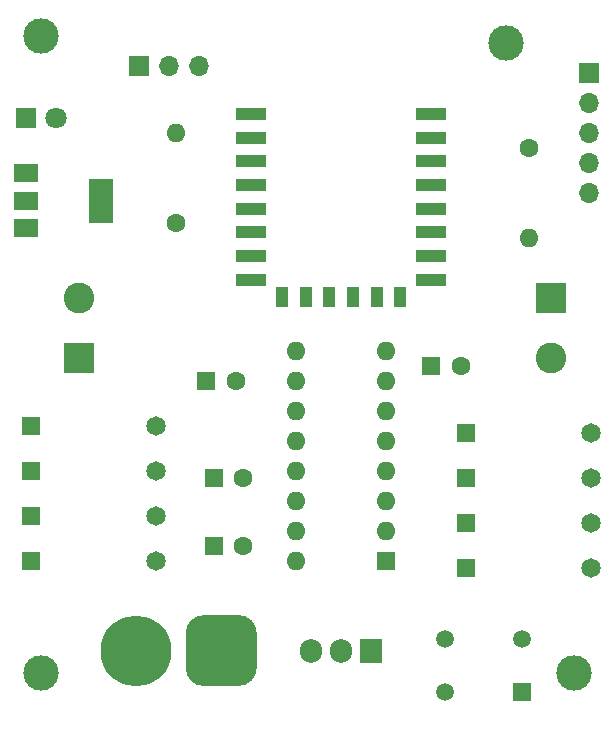
<source format=gbr>
%TF.GenerationSoftware,KiCad,Pcbnew,(5.1.10)-1*%
%TF.CreationDate,2021-11-08T05:29:08+05:30*%
%TF.ProjectId,Flipboard Final,466c6970-626f-4617-9264-2046696e616c,rev?*%
%TF.SameCoordinates,Original*%
%TF.FileFunction,Soldermask,Top*%
%TF.FilePolarity,Negative*%
%FSLAX46Y46*%
G04 Gerber Fmt 4.6, Leading zero omitted, Abs format (unit mm)*
G04 Created by KiCad (PCBNEW (5.1.10)-1) date 2021-11-08 05:29:08*
%MOMM*%
%LPD*%
G01*
G04 APERTURE LIST*
%ADD10R,1.600000X1.600000*%
%ADD11C,1.600000*%
%ADD12R,1.800000X1.800000*%
%ADD13C,1.800000*%
%ADD14C,1.650000*%
%ADD15R,1.650000X1.650000*%
%ADD16C,3.000000*%
%ADD17C,6.000000*%
%ADD18R,1.700000X1.700000*%
%ADD19O,1.700000X1.700000*%
%ADD20R,2.600000X2.600000*%
%ADD21C,2.600000*%
%ADD22O,1.600000X1.600000*%
%ADD23R,1.498000X1.498000*%
%ADD24C,1.498000*%
%ADD25R,2.000000X3.800000*%
%ADD26R,2.000000X1.500000*%
%ADD27R,1.905000X2.000000*%
%ADD28O,1.905000X2.000000*%
%ADD29R,2.500000X1.000000*%
%ADD30R,1.000000X1.800000*%
G04 APERTURE END LIST*
D10*
%TO.C,C1*%
X-78740000Y-17145000D03*
D11*
X-76240000Y-17145000D03*
%TD*%
%TO.C,C2*%
X-95290000Y-18415000D03*
D10*
X-97790000Y-18415000D03*
%TD*%
%TO.C,C3*%
X-97155000Y-26670000D03*
D11*
X-94655000Y-26670000D03*
%TD*%
%TO.C,C4*%
X-94655000Y-32385000D03*
D10*
X-97155000Y-32385000D03*
%TD*%
D12*
%TO.C,D1*%
X-113030000Y3810000D03*
D13*
X-110490000Y3810000D03*
%TD*%
D14*
%TO.C,D3*%
X-65185000Y-22860000D03*
D15*
X-75785000Y-22860000D03*
%TD*%
D14*
%TO.C,D5*%
X-65185000Y-30480000D03*
D15*
X-75785000Y-30480000D03*
%TD*%
%TO.C,D7*%
X-75785000Y-26670000D03*
D14*
X-65185000Y-26670000D03*
%TD*%
D15*
%TO.C,D9*%
X-75785000Y-34290000D03*
D14*
X-65185000Y-34290000D03*
%TD*%
%TO.C,D10*%
X-102015000Y-22225000D03*
D15*
X-112615000Y-22225000D03*
%TD*%
D14*
%TO.C,D11*%
X-102015000Y-33655000D03*
D15*
X-112615000Y-33655000D03*
%TD*%
%TO.C,D12*%
X-112615000Y-29845000D03*
D14*
X-102015000Y-29845000D03*
%TD*%
D15*
%TO.C,D13*%
X-112615000Y-26035000D03*
D14*
X-102015000Y-26035000D03*
%TD*%
D16*
%TO.C,H1*%
X-66675000Y-43180000D03*
%TD*%
%TO.C,H2*%
X-111760000Y10795000D03*
%TD*%
%TO.C,H3*%
X-111760000Y-43180000D03*
%TD*%
%TO.C,H4*%
X-72390000Y10160000D03*
%TD*%
D17*
%TO.C,J1*%
X-103720000Y-41275000D03*
G36*
G01*
X-93520000Y-39775000D02*
X-93520000Y-42775000D01*
G75*
G02*
X-95020000Y-44275000I-1500000J0D01*
G01*
X-98020000Y-44275000D01*
G75*
G02*
X-99520000Y-42775000I0J1500000D01*
G01*
X-99520000Y-39775000D01*
G75*
G02*
X-98020000Y-38275000I1500000J0D01*
G01*
X-95020000Y-38275000D01*
G75*
G02*
X-93520000Y-39775000I0J-1500000D01*
G01*
G37*
%TD*%
D18*
%TO.C,J2*%
X-103505000Y8255000D03*
D19*
X-100965000Y8255000D03*
X-98425000Y8255000D03*
%TD*%
D20*
%TO.C,J3*%
X-108585000Y-16510000D03*
D21*
X-108585000Y-11430000D03*
%TD*%
%TO.C,J4*%
X-68580000Y-16510000D03*
D20*
X-68580000Y-11430000D03*
%TD*%
D18*
%TO.C,J5*%
X-65405000Y7620000D03*
D19*
X-65405000Y5080000D03*
X-65405000Y2540000D03*
X-65405000Y0D03*
X-65405000Y-2540000D03*
%TD*%
D22*
%TO.C,R1*%
X-100330000Y2540000D03*
D11*
X-100330000Y-5080000D03*
%TD*%
%TO.C,R2*%
X-70485000Y1270000D03*
D22*
X-70485000Y-6350000D03*
%TD*%
D23*
%TO.C,S1*%
X-71045000Y-44795000D03*
D24*
X-77545000Y-44795000D03*
X-71045000Y-40295000D03*
X-77545000Y-40295000D03*
%TD*%
D25*
%TO.C,U1*%
X-106705000Y-3175000D03*
D26*
X-113005000Y-3175000D03*
X-113005000Y-5475000D03*
X-113005000Y-875000D03*
%TD*%
D27*
%TO.C,U2*%
X-83820000Y-41275000D03*
D28*
X-86360000Y-41275000D03*
X-88900000Y-41275000D03*
%TD*%
D10*
%TO.C,U3*%
X-82550000Y-33655000D03*
D22*
X-90170000Y-15875000D03*
X-82550000Y-31115000D03*
X-90170000Y-18415000D03*
X-82550000Y-28575000D03*
X-90170000Y-20955000D03*
X-82550000Y-26035000D03*
X-90170000Y-23495000D03*
X-82550000Y-23495000D03*
X-90170000Y-26035000D03*
X-82550000Y-20955000D03*
X-90170000Y-28575000D03*
X-82550000Y-18415000D03*
X-90170000Y-31115000D03*
X-82550000Y-15875000D03*
X-90170000Y-33655000D03*
%TD*%
D29*
%TO.C,U4*%
X-78760000Y4135000D03*
X-78760000Y2135000D03*
X-78760000Y135000D03*
X-78760000Y-1865000D03*
X-78760000Y-3865000D03*
X-78760000Y-5865000D03*
X-78760000Y-7865000D03*
X-78760000Y-9865000D03*
D30*
X-81360000Y-11365000D03*
X-83360000Y-11365000D03*
X-85360000Y-11365000D03*
X-87360000Y-11365000D03*
X-89360000Y-11365000D03*
X-91360000Y-11365000D03*
D29*
X-93960000Y-9865000D03*
X-93960000Y-7865000D03*
X-93960000Y-5865000D03*
X-93960000Y-3865000D03*
X-93960000Y-1865000D03*
X-93960000Y135000D03*
X-93960000Y2135000D03*
X-93960000Y4135000D03*
%TD*%
M02*

</source>
